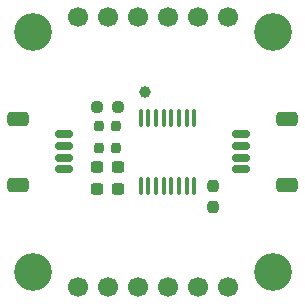
<source format=gbr>
%TF.GenerationSoftware,KiCad,Pcbnew,8.0.7*%
%TF.CreationDate,2025-02-08T23:44:29-05:00*%
%TF.ProjectId,QwiicUART-Board,51776969-6355-4415-9254-2d426f617264,0.0.2*%
%TF.SameCoordinates,PX853a720PY66f2fb0*%
%TF.FileFunction,Soldermask,Top*%
%TF.FilePolarity,Negative*%
%FSLAX46Y46*%
G04 Gerber Fmt 4.6, Leading zero omitted, Abs format (unit mm)*
G04 Created by KiCad (PCBNEW 8.0.7) date 2025-02-08 23:44:29*
%MOMM*%
%LPD*%
G01*
G04 APERTURE LIST*
G04 Aperture macros list*
%AMRoundRect*
0 Rectangle with rounded corners*
0 $1 Rounding radius*
0 $2 $3 $4 $5 $6 $7 $8 $9 X,Y pos of 4 corners*
0 Add a 4 corners polygon primitive as box body*
4,1,4,$2,$3,$4,$5,$6,$7,$8,$9,$2,$3,0*
0 Add four circle primitives for the rounded corners*
1,1,$1+$1,$2,$3*
1,1,$1+$1,$4,$5*
1,1,$1+$1,$6,$7*
1,1,$1+$1,$8,$9*
0 Add four rect primitives between the rounded corners*
20,1,$1+$1,$2,$3,$4,$5,0*
20,1,$1+$1,$4,$5,$6,$7,0*
20,1,$1+$1,$6,$7,$8,$9,0*
20,1,$1+$1,$8,$9,$2,$3,0*%
G04 Aperture macros list end*
%ADD10C,3.200000*%
%ADD11RoundRect,0.237500X0.250000X0.237500X-0.250000X0.237500X-0.250000X-0.237500X0.250000X-0.237500X0*%
%ADD12RoundRect,0.100000X0.100000X-0.637500X0.100000X0.637500X-0.100000X0.637500X-0.100000X-0.637500X0*%
%ADD13RoundRect,0.237500X-0.300000X-0.237500X0.300000X-0.237500X0.300000X0.237500X-0.300000X0.237500X0*%
%ADD14RoundRect,0.150000X0.625000X-0.150000X0.625000X0.150000X-0.625000X0.150000X-0.625000X-0.150000X0*%
%ADD15RoundRect,0.250000X0.650000X-0.350000X0.650000X0.350000X-0.650000X0.350000X-0.650000X-0.350000X0*%
%ADD16C,1.000000*%
%ADD17RoundRect,0.150000X-0.625000X0.150000X-0.625000X-0.150000X0.625000X-0.150000X0.625000X0.150000X0*%
%ADD18RoundRect,0.250000X-0.650000X0.350000X-0.650000X-0.350000X0.650000X-0.350000X0.650000X0.350000X0*%
%ADD19RoundRect,0.200000X-0.200000X-0.250000X0.200000X-0.250000X0.200000X0.250000X-0.200000X0.250000X0*%
%ADD20RoundRect,0.237500X-0.237500X0.250000X-0.237500X-0.250000X0.237500X-0.250000X0.237500X0.250000X0*%
%ADD21C,1.700000*%
G04 APERTURE END LIST*
D10*
%TO.C,REF\u002A\u002A*%
X10160000Y10160000D03*
%TD*%
D11*
%TO.C,R2*%
X-2897500Y3810000D03*
X-4722500Y3810000D03*
%TD*%
D10*
%TO.C,REF\u002A\u002A*%
X10160000Y-10160000D03*
%TD*%
D12*
%TO.C,U1*%
X-1005000Y-2862500D03*
X-355000Y-2862500D03*
X295000Y-2862500D03*
X945000Y-2862500D03*
X1595000Y-2862500D03*
X2245000Y-2862500D03*
X2895000Y-2862500D03*
X3545000Y-2862500D03*
X3545000Y2862500D03*
X2895000Y2862500D03*
X2245000Y2862500D03*
X1595000Y2862500D03*
X945000Y2862500D03*
X295000Y2862500D03*
X-355000Y2862500D03*
X-1005000Y2862500D03*
%TD*%
D13*
%TO.C,C1*%
X-4672500Y-1270000D03*
X-2947500Y-1270000D03*
%TD*%
%TO.C,C2*%
X-4672500Y-3175000D03*
X-2947500Y-3175000D03*
%TD*%
D14*
%TO.C,J2*%
X7525000Y-1500000D03*
X7525000Y-500000D03*
X7525000Y500000D03*
X7525000Y1500000D03*
D15*
X11400000Y-2800000D03*
X11400000Y2800000D03*
%TD*%
D16*
%TO.C,TP1*%
X-635000Y5080000D03*
%TD*%
D17*
%TO.C,J1*%
X-7525000Y1500000D03*
X-7525000Y500000D03*
X-7525000Y-500000D03*
X-7525000Y-1500000D03*
D18*
X-11400000Y2800000D03*
X-11400000Y-2800000D03*
%TD*%
D19*
%TO.C,X1*%
X-4535000Y2195000D03*
X-4535000Y345000D03*
X-3085000Y345000D03*
X-3085000Y2195000D03*
%TD*%
D20*
%TO.C,R1*%
X5080000Y-2897500D03*
X5080000Y-4722500D03*
%TD*%
D10*
%TO.C,REF\u002A\u002A*%
X-10160000Y10160000D03*
%TD*%
%TO.C,REF\u002A\u002A*%
X-10160000Y-10160000D03*
%TD*%
D21*
%TO.C,J4*%
X6350000Y-11430000D03*
X3810000Y-11430000D03*
X1270000Y-11430000D03*
X-1270000Y-11430000D03*
X-3810000Y-11430000D03*
X-6350000Y-11430000D03*
%TD*%
%TO.C,J3*%
X-6350000Y11430000D03*
X-3810000Y11430000D03*
X-1270000Y11430000D03*
X1270000Y11430000D03*
X3810000Y11430000D03*
X6350000Y11430000D03*
%TD*%
M02*

</source>
